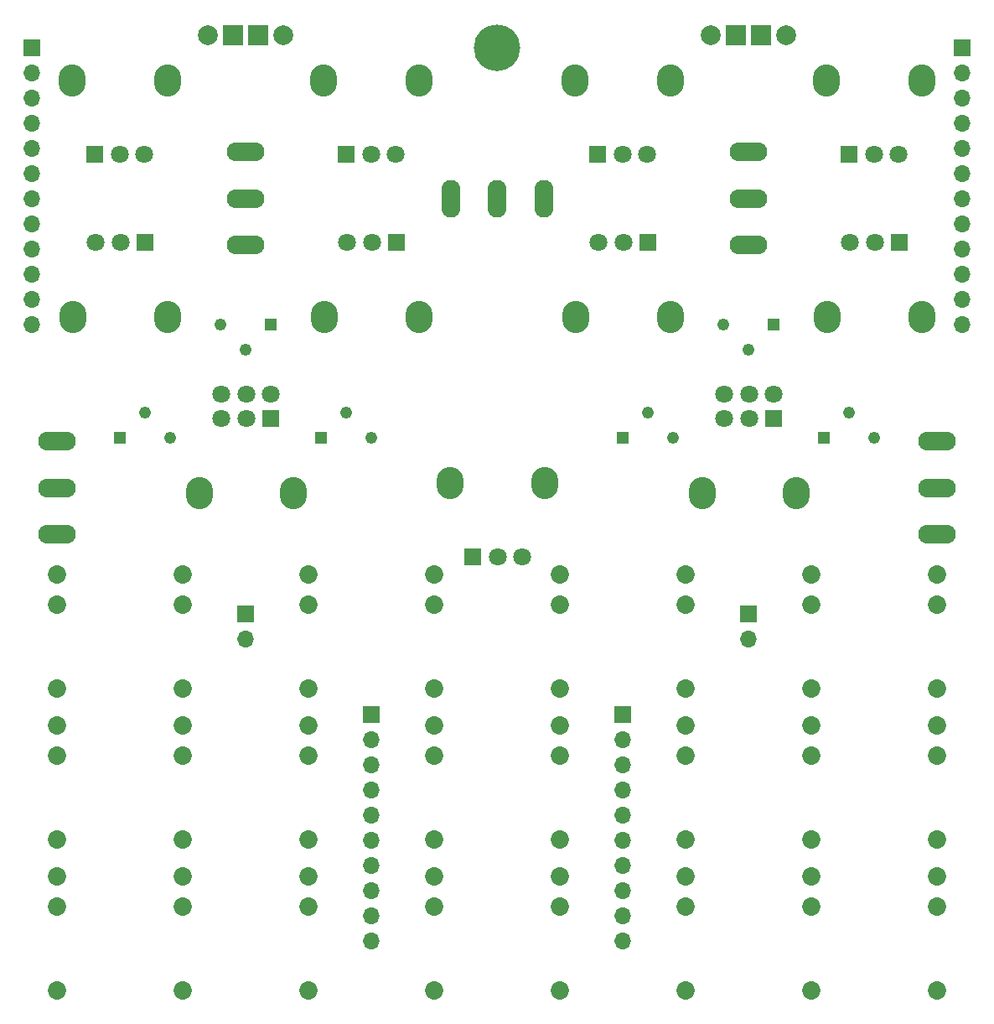
<source format=gbr>
G04 #@! TF.GenerationSoftware,KiCad,Pcbnew,(5.1.5)-3*
G04 #@! TF.CreationDate,2020-05-10T02:07:48-05:00*
G04 #@! TF.ProjectId,Miasma_IO_smd,4d696173-6d61-45f4-994f-5f736d642e6b,rev?*
G04 #@! TF.SameCoordinates,Original*
G04 #@! TF.FileFunction,Soldermask,Top*
G04 #@! TF.FilePolarity,Negative*
%FSLAX46Y46*%
G04 Gerber Fmt 4.6, Leading zero omitted, Abs format (unit mm)*
G04 Created by KiCad (PCBNEW (5.1.5)-3) date 2020-05-10 02:07:48*
%MOMM*%
%LPD*%
G04 APERTURE LIST*
%ADD10O,3.810000X1.905000*%
%ADD11O,1.905000X3.810000*%
%ADD12R,1.222000X1.222000*%
%ADD13C,1.222000*%
%ADD14C,1.853200*%
%ADD15C,1.800000*%
%ADD16O,2.720000X3.240000*%
%ADD17R,1.800000X1.800000*%
%ADD18O,1.700000X1.700000*%
%ADD19R,1.700000X1.700000*%
%ADD20R,2.000000X2.000000*%
%ADD21C,2.000000*%
%ADD22C,4.700000*%
G04 APERTURE END LIST*
D10*
X101600000Y-98170000D03*
X101600000Y-107569000D03*
X101600000Y-102870000D03*
X190500000Y-98170000D03*
X190500000Y-107569000D03*
X190500000Y-102870000D03*
X120650000Y-68960000D03*
X120650000Y-78359000D03*
X120650000Y-73660000D03*
X171450000Y-68960000D03*
X171450000Y-78359000D03*
X171450000Y-73660000D03*
D11*
X150750000Y-73660000D03*
X141351000Y-73660000D03*
X146050000Y-73660000D03*
D12*
X173990000Y-86360000D03*
D13*
X171450000Y-88900000D03*
X168910000Y-86360000D03*
D12*
X123190000Y-86360000D03*
D13*
X120650000Y-88900000D03*
X118110000Y-86360000D03*
D12*
X158750000Y-97790000D03*
D13*
X161290000Y-95250000D03*
X163830000Y-97790000D03*
D12*
X107950000Y-97790000D03*
D13*
X110490000Y-95250000D03*
X113030000Y-97790000D03*
D12*
X179070000Y-97790000D03*
D13*
X181610000Y-95250000D03*
X184150000Y-97790000D03*
D12*
X128270000Y-97790000D03*
D13*
X130810000Y-95250000D03*
X133350000Y-97790000D03*
D14*
X190500000Y-126850000D03*
X190500000Y-129850000D03*
X190500000Y-138350000D03*
X101600000Y-126850000D03*
X101600000Y-129850000D03*
X101600000Y-138350000D03*
X165100000Y-111610000D03*
X165100000Y-114610000D03*
X165100000Y-123110000D03*
X114300000Y-111610000D03*
X114300000Y-114610000D03*
X114300000Y-123110000D03*
X165100000Y-142090000D03*
X165100000Y-145090000D03*
X165100000Y-153590000D03*
X114300000Y-142090000D03*
X114300000Y-145090000D03*
X114300000Y-153590000D03*
X152400000Y-142090000D03*
X152400000Y-145090000D03*
X152400000Y-153590000D03*
X139700000Y-142090000D03*
X139700000Y-145090000D03*
X139700000Y-153590000D03*
X139700000Y-111610000D03*
X139700000Y-114610000D03*
X139700000Y-123110000D03*
X152400000Y-111610000D03*
X152400000Y-114610000D03*
X152400000Y-123110000D03*
X139700000Y-126850000D03*
X139700000Y-129850000D03*
X139700000Y-138350000D03*
X177800000Y-126850000D03*
X177800000Y-129850000D03*
X177800000Y-138350000D03*
X114300000Y-126850000D03*
X114300000Y-129850000D03*
X114300000Y-138350000D03*
X177800000Y-111610000D03*
X177800000Y-114610000D03*
X177800000Y-123110000D03*
X127000000Y-111610000D03*
X127000000Y-114610000D03*
X127000000Y-123110000D03*
X177800000Y-142090000D03*
X177800000Y-145090000D03*
X177800000Y-153590000D03*
X127000000Y-142090000D03*
X127000000Y-145090000D03*
X127000000Y-153590000D03*
X190500000Y-111610000D03*
X190500000Y-114610000D03*
X190500000Y-123110000D03*
X101600000Y-111610000D03*
X101600000Y-114610000D03*
X101600000Y-123110000D03*
X190500000Y-142090000D03*
X190500000Y-145090000D03*
X190500000Y-153590000D03*
X101600000Y-142090000D03*
X101600000Y-145090000D03*
X101600000Y-153590000D03*
X165100000Y-126850000D03*
X165100000Y-129850000D03*
X165100000Y-138350000D03*
X127000000Y-126850000D03*
X127000000Y-129850000D03*
X127000000Y-138350000D03*
X152400000Y-126850000D03*
X152400000Y-129850000D03*
X152400000Y-138350000D03*
D15*
X173990000Y-93385000D03*
X171490000Y-93385000D03*
X168990000Y-93385000D03*
D16*
X176240000Y-103385000D03*
X166740000Y-103385000D03*
D15*
X168990000Y-95885000D03*
X171490000Y-95885000D03*
D17*
X173990000Y-95885000D03*
D15*
X123190000Y-93385000D03*
X120690000Y-93385000D03*
X118190000Y-93385000D03*
D16*
X125440000Y-103385000D03*
X115940000Y-103385000D03*
D15*
X118190000Y-95885000D03*
X120690000Y-95885000D03*
D17*
X123190000Y-95885000D03*
D16*
X153910000Y-61715000D03*
X163510000Y-61715000D03*
D15*
X161210000Y-69215000D03*
X158710000Y-69215000D03*
D17*
X156210000Y-69215000D03*
D16*
X103110000Y-61715000D03*
X112710000Y-61715000D03*
D15*
X110410000Y-69215000D03*
X107910000Y-69215000D03*
D17*
X105410000Y-69215000D03*
D16*
X163590000Y-85605000D03*
X153990000Y-85605000D03*
D15*
X156290000Y-78105000D03*
X158790000Y-78105000D03*
D17*
X161290000Y-78105000D03*
D16*
X112790000Y-85605000D03*
X103190000Y-85605000D03*
D15*
X105490000Y-78105000D03*
X107990000Y-78105000D03*
D17*
X110490000Y-78105000D03*
D16*
X179310000Y-61715000D03*
X188910000Y-61715000D03*
D15*
X186610000Y-69215000D03*
X184110000Y-69215000D03*
D17*
X181610000Y-69215000D03*
D16*
X128510000Y-61715000D03*
X138110000Y-61715000D03*
D15*
X135810000Y-69215000D03*
X133310000Y-69215000D03*
D17*
X130810000Y-69215000D03*
D16*
X188990000Y-85605000D03*
X179390000Y-85605000D03*
D15*
X181690000Y-78105000D03*
X184190000Y-78105000D03*
D17*
X186690000Y-78105000D03*
D16*
X138190000Y-85605000D03*
X128590000Y-85605000D03*
D15*
X130890000Y-78105000D03*
X133390000Y-78105000D03*
D17*
X135890000Y-78105000D03*
D16*
X141290000Y-102355000D03*
X150890000Y-102355000D03*
D15*
X148590000Y-109855000D03*
X146090000Y-109855000D03*
D17*
X143590000Y-109855000D03*
D18*
X171450000Y-118110000D03*
D19*
X171450000Y-115570000D03*
D18*
X120650000Y-118110000D03*
D19*
X120650000Y-115570000D03*
D18*
X193040000Y-86360000D03*
X193040000Y-83820000D03*
X193040000Y-81280000D03*
X193040000Y-78740000D03*
X193040000Y-76200000D03*
X193040000Y-73660000D03*
X193040000Y-71120000D03*
X193040000Y-68580000D03*
X193040000Y-66040000D03*
X193040000Y-63500000D03*
X193040000Y-60960000D03*
D19*
X193040000Y-58420000D03*
D18*
X158750000Y-148590000D03*
X158750000Y-146050000D03*
X158750000Y-143510000D03*
X158750000Y-140970000D03*
X158750000Y-138430000D03*
X158750000Y-135890000D03*
X158750000Y-133350000D03*
X158750000Y-130810000D03*
X158750000Y-128270000D03*
D19*
X158750000Y-125730000D03*
D18*
X133350000Y-148590000D03*
X133350000Y-146050000D03*
X133350000Y-143510000D03*
X133350000Y-140970000D03*
X133350000Y-138430000D03*
X133350000Y-135890000D03*
X133350000Y-133350000D03*
X133350000Y-130810000D03*
X133350000Y-128270000D03*
D19*
X133350000Y-125730000D03*
D18*
X99060000Y-86360000D03*
X99060000Y-83820000D03*
X99060000Y-81280000D03*
X99060000Y-78740000D03*
X99060000Y-76200000D03*
X99060000Y-73660000D03*
X99060000Y-71120000D03*
X99060000Y-68580000D03*
X99060000Y-66040000D03*
X99060000Y-63500000D03*
X99060000Y-60960000D03*
D19*
X99060000Y-58420000D03*
D20*
X121920000Y-57150000D03*
D21*
X124460000Y-57150000D03*
D20*
X172720000Y-57150000D03*
D21*
X175260000Y-57150000D03*
D20*
X119380000Y-57150000D03*
D21*
X116840000Y-57150000D03*
D20*
X170180000Y-57150000D03*
D21*
X167640000Y-57150000D03*
D22*
X146050000Y-58420000D03*
M02*

</source>
